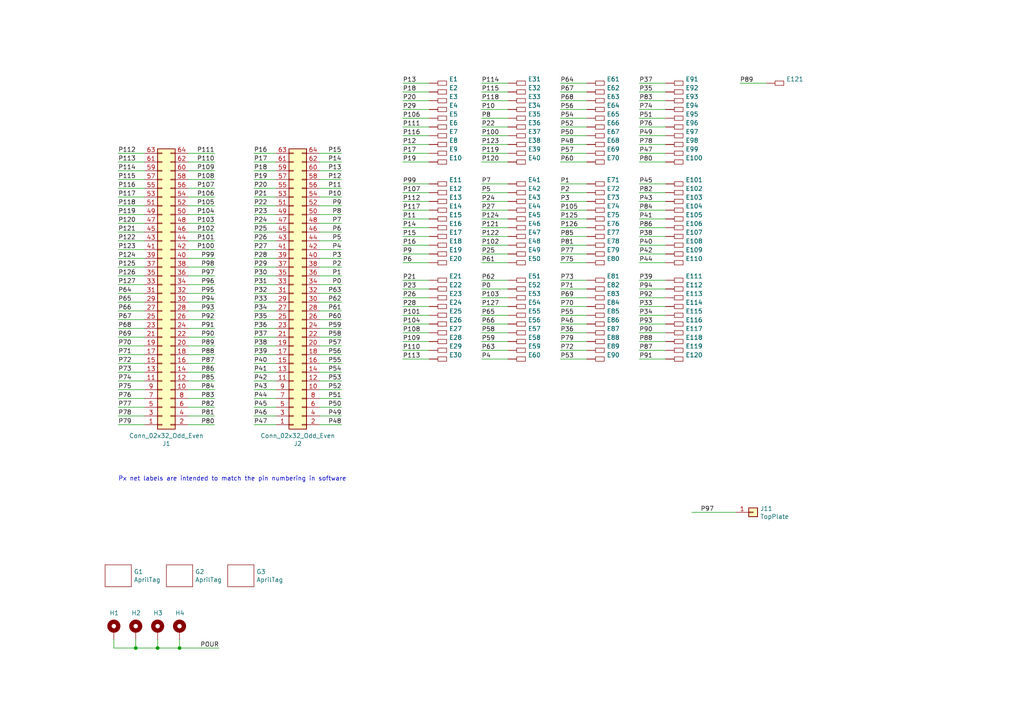
<source format=kicad_sch>
(kicad_sch (version 20211123) (generator eeschema)
  (paper "A4")
  (title_block (title "PurpleDrop Electrode Board v6.2 Schematic") (date "2022-02-23") (rev "6.2"))
  (junction (at 52.07 187.96))
  (junction (at 45.72 187.96))
  (junction (at 39.37 187.96))
  (wire (pts (xy 41.91 123.19) (xy 34.29 123.19)))
  (wire (pts (xy 147.32 55.88) (xy 139.7 55.88)))
  (wire (pts (xy 147.32 96.52) (xy 139.7 96.52)))
  (wire (pts (xy 147.32 58.42) (xy 139.7 58.42)))
  (wire (pts (xy 62.23 74.93) (xy 54.61 74.93)))
  (wire (pts (xy 124.46 60.96) (xy 116.84 60.96)))
  (wire (pts (xy 80.01 107.95) (xy 73.66 107.95)))
  (wire (pts (xy 147.32 66.04) (xy 139.7 66.04)))
  (wire (pts (xy 193.04 31.75) (xy 185.42 31.75)))
  (wire (pts (xy 62.23 97.79) (xy 54.61 97.79)))
  (wire (pts (xy 124.46 88.9) (xy 116.84 88.9)))
  (wire (pts (xy 62.23 115.57) (xy 54.61 115.57)))
  (wire (pts (xy 99.06 90.17) (xy 92.71 90.17)))
  (wire (pts (xy 99.06 105.41) (xy 92.71 105.41)))
  (wire (pts (xy 45.72 187.96) (xy 45.72 185.42)))
  (wire (pts (xy 193.04 60.96) (xy 185.42 60.96)))
  (wire (pts (xy 124.46 58.42) (xy 116.84 58.42)))
  (wire (pts (xy 62.23 59.69) (xy 54.61 59.69)))
  (wire (pts (xy 185.42 91.44) (xy 193.04 91.44)))
  (wire (pts (xy 80.01 118.11) (xy 73.66 118.11)))
  (wire (pts (xy 52.07 187.96) (xy 63.5 187.96)))
  (wire (pts (xy 41.91 82.55) (xy 34.29 82.55)))
  (wire (pts (xy 39.37 187.96) (xy 45.72 187.96)))
  (wire (pts (xy 99.06 64.77) (xy 92.71 64.77)))
  (wire (pts (xy 170.18 44.45) (xy 162.56 44.45)))
  (wire (pts (xy 147.32 76.2) (xy 139.7 76.2)))
  (wire (pts (xy 80.01 64.77) (xy 73.66 64.77)))
  (wire (pts (xy 80.01 120.65) (xy 73.66 120.65)))
  (wire (pts (xy 185.42 101.6) (xy 193.04 101.6)))
  (wire (pts (xy 147.32 104.14) (xy 139.7 104.14)))
  (wire (pts (xy 41.91 118.11) (xy 34.29 118.11)))
  (wire (pts (xy 62.23 82.55) (xy 54.61 82.55)))
  (wire (pts (xy 193.04 44.45) (xy 185.42 44.45)))
  (wire (pts (xy 80.01 67.31) (xy 73.66 67.31)))
  (wire (pts (xy 41.91 62.23) (xy 34.29 62.23)))
  (wire (pts (xy 41.91 69.85) (xy 34.29 69.85)))
  (wire (pts (xy 99.06 118.11) (xy 92.71 118.11)))
  (wire (pts (xy 170.18 81.28) (xy 162.56 81.28)))
  (wire (pts (xy 80.01 69.85) (xy 73.66 69.85)))
  (wire (pts (xy 147.32 53.34) (xy 139.7 53.34)))
  (wire (pts (xy 41.91 120.65) (xy 34.29 120.65)))
  (wire (pts (xy 80.01 110.49) (xy 73.66 110.49)))
  (wire (pts (xy 124.46 76.2) (xy 116.84 76.2)))
  (wire (pts (xy 80.01 87.63) (xy 73.66 87.63)))
  (wire (pts (xy 193.04 55.88) (xy 185.42 55.88)))
  (wire (pts (xy 170.18 91.44) (xy 162.56 91.44)))
  (wire (pts (xy 170.18 58.42) (xy 162.56 58.42)))
  (wire (pts (xy 41.91 44.45) (xy 34.29 44.45)))
  (wire (pts (xy 80.01 123.19) (xy 73.66 123.19)))
  (wire (pts (xy 41.91 105.41) (xy 34.29 105.41)))
  (wire (pts (xy 80.01 46.99) (xy 73.66 46.99)))
  (wire (pts (xy 41.91 95.25) (xy 34.29 95.25)))
  (wire (pts (xy 99.06 110.49) (xy 92.71 110.49)))
  (wire (pts (xy 124.46 66.04) (xy 116.84 66.04)))
  (wire (pts (xy 124.46 41.91) (xy 116.84 41.91)))
  (wire (pts (xy 99.06 77.47) (xy 92.71 77.47)))
  (wire (pts (xy 124.46 46.99) (xy 116.84 46.99)))
  (wire (pts (xy 80.01 97.79) (xy 73.66 97.79)))
  (wire (pts (xy 147.32 91.44) (xy 139.7 91.44)))
  (wire (pts (xy 147.32 101.6) (xy 139.7 101.6)))
  (wire (pts (xy 99.06 44.45) (xy 92.71 44.45)))
  (wire (pts (xy 41.91 72.39) (xy 34.29 72.39)))
  (wire (pts (xy 170.18 29.21) (xy 162.56 29.21)))
  (wire (pts (xy 39.37 187.96) (xy 39.37 185.42)))
  (wire (pts (xy 147.32 68.58) (xy 139.7 68.58)))
  (wire (pts (xy 99.06 123.19) (xy 92.71 123.19)))
  (wire (pts (xy 41.91 64.77) (xy 34.29 64.77)))
  (wire (pts (xy 99.06 87.63) (xy 92.71 87.63)))
  (wire (pts (xy 147.32 29.21) (xy 139.7 29.21)))
  (wire (pts (xy 147.32 24.13) (xy 139.7 24.13)))
  (wire (pts (xy 62.23 95.25) (xy 54.61 95.25)))
  (wire (pts (xy 62.23 118.11) (xy 54.61 118.11)))
  (wire (pts (xy 147.32 44.45) (xy 139.7 44.45)))
  (wire (pts (xy 147.32 31.75) (xy 139.7 31.75)))
  (wire (pts (xy 193.04 29.21) (xy 185.42 29.21)))
  (wire (pts (xy 170.18 83.82) (xy 162.56 83.82)))
  (wire (pts (xy 62.23 77.47) (xy 54.61 77.47)))
  (wire (pts (xy 170.18 93.98) (xy 162.56 93.98)))
  (wire (pts (xy 62.23 100.33) (xy 54.61 100.33)))
  (wire (pts (xy 185.42 93.98) (xy 193.04 93.98)))
  (wire (pts (xy 80.01 44.45) (xy 73.66 44.45)))
  (wire (pts (xy 170.18 96.52) (xy 162.56 96.52)))
  (wire (pts (xy 62.23 110.49) (xy 54.61 110.49)))
  (wire (pts (xy 80.01 82.55) (xy 73.66 82.55)))
  (wire (pts (xy 99.06 74.93) (xy 92.71 74.93)))
  (wire (pts (xy 80.01 54.61) (xy 73.66 54.61)))
  (wire (pts (xy 214.63 24.13) (xy 222.25 24.13)))
  (wire (pts (xy 80.01 85.09) (xy 73.66 85.09)))
  (wire (pts (xy 62.23 90.17) (xy 54.61 90.17)))
  (wire (pts (xy 147.32 41.91) (xy 139.7 41.91)))
  (wire (pts (xy 147.32 83.82) (xy 139.7 83.82)))
  (wire (pts (xy 99.06 97.79) (xy 92.71 97.79)))
  (wire (pts (xy 185.42 86.36) (xy 193.04 86.36)))
  (wire (pts (xy 41.91 92.71) (xy 34.29 92.71)))
  (wire (pts (xy 99.06 120.65) (xy 92.71 120.65)))
  (wire (pts (xy 99.06 54.61) (xy 92.71 54.61)))
  (wire (pts (xy 62.23 49.53) (xy 54.61 49.53)))
  (wire (pts (xy 41.91 102.87) (xy 34.29 102.87)))
  (wire (pts (xy 41.91 52.07) (xy 34.29 52.07)))
  (wire (pts (xy 80.01 100.33) (xy 73.66 100.33)))
  (wire (pts (xy 99.06 95.25) (xy 92.71 95.25)))
  (wire (pts (xy 99.06 69.85) (xy 92.71 69.85)))
  (wire (pts (xy 170.18 76.2) (xy 162.56 76.2)))
  (wire (pts (xy 193.04 26.67) (xy 185.42 26.67)))
  (wire (pts (xy 80.01 49.53) (xy 73.66 49.53)))
  (wire (pts (xy 41.91 49.53) (xy 34.29 49.53)))
  (wire (pts (xy 80.01 90.17) (xy 73.66 90.17)))
  (wire (pts (xy 124.46 99.06) (xy 116.84 99.06)))
  (wire (pts (xy 80.01 59.69) (xy 73.66 59.69)))
  (wire (pts (xy 124.46 101.6) (xy 116.84 101.6)))
  (wire (pts (xy 124.46 83.82) (xy 116.84 83.82)))
  (wire (pts (xy 62.23 107.95) (xy 54.61 107.95)))
  (wire (pts (xy 147.32 93.98) (xy 139.7 93.98)))
  (wire (pts (xy 124.46 91.44) (xy 116.84 91.44)))
  (wire (pts (xy 170.18 53.34) (xy 162.56 53.34)))
  (wire (pts (xy 62.23 64.77) (xy 54.61 64.77)))
  (wire (pts (xy 62.23 102.87) (xy 54.61 102.87)))
  (wire (pts (xy 185.42 104.14) (xy 193.04 104.14)))
  (wire (pts (xy 62.23 44.45) (xy 54.61 44.45)))
  (wire (pts (xy 41.91 110.49) (xy 34.29 110.49)))
  (wire (pts (xy 147.32 73.66) (xy 139.7 73.66)))
  (wire (pts (xy 193.04 36.83) (xy 185.42 36.83)))
  (wire (pts (xy 41.91 59.69) (xy 34.29 59.69)))
  (wire (pts (xy 41.91 107.95) (xy 34.29 107.95)))
  (wire (pts (xy 80.01 77.47) (xy 73.66 77.47)))
  (wire (pts (xy 62.23 69.85) (xy 54.61 69.85)))
  (wire (pts (xy 41.91 54.61) (xy 34.29 54.61)))
  (wire (pts (xy 62.23 113.03) (xy 54.61 113.03)))
  (wire (pts (xy 99.06 57.15) (xy 92.71 57.15)))
  (wire (pts (xy 99.06 62.23) (xy 92.71 62.23)))
  (wire (pts (xy 41.91 85.09) (xy 34.29 85.09)))
  (wire (pts (xy 99.06 49.53) (xy 92.71 49.53)))
  (wire (pts (xy 45.72 187.96) (xy 52.07 187.96)))
  (wire (pts (xy 193.04 58.42) (xy 185.42 58.42)))
  (wire (pts (xy 99.06 85.09) (xy 92.71 85.09)))
  (wire (pts (xy 41.91 100.33) (xy 34.29 100.33)))
  (wire (pts (xy 80.01 80.01) (xy 73.66 80.01)))
  (wire (pts (xy 62.23 85.09) (xy 54.61 85.09)))
  (wire (pts (xy 124.46 53.34) (xy 116.84 53.34)))
  (wire (pts (xy 99.06 107.95) (xy 92.71 107.95)))
  (wire (pts (xy 124.46 34.29) (xy 116.84 34.29)))
  (wire (pts (xy 185.42 96.52) (xy 193.04 96.52)))
  (wire (pts (xy 124.46 29.21) (xy 116.84 29.21)))
  (wire (pts (xy 62.23 67.31) (xy 54.61 67.31)))
  (wire (pts (xy 80.01 102.87) (xy 73.66 102.87)))
  (wire (pts (xy 185.42 88.9) (xy 193.04 88.9)))
  (wire (pts (xy 170.18 86.36) (xy 162.56 86.36)))
  (wire (pts (xy 147.32 71.12) (xy 139.7 71.12)))
  (wire (pts (xy 185.42 83.82) (xy 193.04 83.82)))
  (wire (pts (xy 41.91 57.15) (xy 34.29 57.15)))
  (wire (pts (xy 170.18 88.9) (xy 162.56 88.9)))
  (wire (pts (xy 170.18 26.67) (xy 162.56 26.67)))
  (wire (pts (xy 147.32 34.29) (xy 139.7 34.29)))
  (wire (pts (xy 41.91 80.01) (xy 34.29 80.01)))
  (wire (pts (xy 193.04 73.66) (xy 185.42 73.66)))
  (wire (pts (xy 62.23 57.15) (xy 54.61 57.15)))
  (wire (pts (xy 41.91 77.47) (xy 34.29 77.47)))
  (wire (pts (xy 170.18 34.29) (xy 162.56 34.29)))
  (wire (pts (xy 99.06 52.07) (xy 92.71 52.07)))
  (wire (pts (xy 99.06 92.71) (xy 92.71 92.71)))
  (wire (pts (xy 170.18 41.91) (xy 162.56 41.91)))
  (wire (pts (xy 185.42 68.58) (xy 193.04 68.58)))
  (wire (pts (xy 124.46 93.98) (xy 116.84 93.98)))
  (wire (pts (xy 99.06 82.55) (xy 92.71 82.55)))
  (wire (pts (xy 170.18 60.96) (xy 162.56 60.96)))
  (wire (pts (xy 170.18 101.6) (xy 162.56 101.6)))
  (wire (pts (xy 80.01 74.93) (xy 73.66 74.93)))
  (wire (pts (xy 193.04 34.29) (xy 185.42 34.29)))
  (wire (pts (xy 99.06 102.87) (xy 92.71 102.87)))
  (wire (pts (xy 170.18 31.75) (xy 162.56 31.75)))
  (wire (pts (xy 62.23 80.01) (xy 54.61 80.01)))
  (wire (pts (xy 124.46 36.83) (xy 116.84 36.83)))
  (wire (pts (xy 99.06 59.69) (xy 92.71 59.69)))
  (wire (pts (xy 147.32 36.83) (xy 139.7 36.83)))
  (wire (pts (xy 170.18 99.06) (xy 162.56 99.06)))
  (wire (pts (xy 80.01 113.03) (xy 73.66 113.03)))
  (wire (pts (xy 124.46 73.66) (xy 116.84 73.66)))
  (wire (pts (xy 62.23 62.23) (xy 54.61 62.23)))
  (wire (pts (xy 170.18 66.04) (xy 162.56 66.04)))
  (wire (pts (xy 170.18 39.37) (xy 162.56 39.37)))
  (wire (pts (xy 147.32 26.67) (xy 139.7 26.67)))
  (wire (pts (xy 62.23 54.61) (xy 54.61 54.61)))
  (wire (pts (xy 80.01 92.71) (xy 73.66 92.71)))
  (wire (pts (xy 147.32 46.99) (xy 139.7 46.99)))
  (wire (pts (xy 41.91 97.79) (xy 34.29 97.79)))
  (wire (pts (xy 170.18 71.12) (xy 162.56 71.12)))
  (wire (pts (xy 62.23 46.99) (xy 54.61 46.99)))
  (wire (pts (xy 200.66 148.59) (xy 213.36 148.59)))
  (wire (pts (xy 33.02 187.96) (xy 39.37 187.96)))
  (wire (pts (xy 124.46 44.45) (xy 116.84 44.45)))
  (wire (pts (xy 147.32 60.96) (xy 139.7 60.96)))
  (wire (pts (xy 80.01 57.15) (xy 73.66 57.15)))
  (wire (pts (xy 41.91 74.93) (xy 34.29 74.93)))
  (wire (pts (xy 41.91 90.17) (xy 34.29 90.17)))
  (wire (pts (xy 33.02 185.42) (xy 33.02 187.96)))
  (wire (pts (xy 41.91 67.31) (xy 34.29 67.31)))
  (wire (pts (xy 185.42 76.2) (xy 193.04 76.2)))
  (wire (pts (xy 99.06 80.01) (xy 92.71 80.01)))
  (wire (pts (xy 147.32 88.9) (xy 139.7 88.9)))
  (wire (pts (xy 124.46 68.58) (xy 116.84 68.58)))
  (wire (pts (xy 62.23 87.63) (xy 54.61 87.63)))
  (wire (pts (xy 99.06 72.39) (xy 92.71 72.39)))
  (wire (pts (xy 185.42 39.37) (xy 193.04 39.37)))
  (wire (pts (xy 124.46 71.12) (xy 116.84 71.12)))
  (wire (pts (xy 80.01 72.39) (xy 73.66 72.39)))
  (wire (pts (xy 99.06 67.31) (xy 92.71 67.31)))
  (wire (pts (xy 147.32 63.5) (xy 139.7 63.5)))
  (wire (pts (xy 170.18 36.83) (xy 162.56 36.83)))
  (wire (pts (xy 99.06 100.33) (xy 92.71 100.33)))
  (wire (pts (xy 193.04 63.5) (xy 185.42 63.5)))
  (wire (pts (xy 62.23 72.39) (xy 54.61 72.39)))
  (wire (pts (xy 80.01 52.07) (xy 73.66 52.07)))
  (wire (pts (xy 62.23 120.65) (xy 54.61 120.65)))
  (wire (pts (xy 170.18 46.99) (xy 162.56 46.99)))
  (wire (pts (xy 80.01 95.25) (xy 73.66 95.25)))
  (wire (pts (xy 99.06 113.03) (xy 92.71 113.03)))
  (wire (pts (xy 124.46 26.67) (xy 116.84 26.67)))
  (wire (pts (xy 193.04 24.13) (xy 185.42 24.13)))
  (wire (pts (xy 41.91 87.63) (xy 34.29 87.63)))
  (wire (pts (xy 124.46 104.14) (xy 116.84 104.14)))
  (wire (pts (xy 193.04 53.34) (xy 185.42 53.34)))
  (wire (pts (xy 170.18 73.66) (xy 162.56 73.66)))
  (wire (pts (xy 124.46 63.5) (xy 116.84 63.5)))
  (wire (pts (xy 193.04 46.99) (xy 185.42 46.99)))
  (wire (pts (xy 41.91 115.57) (xy 34.29 115.57)))
  (wire (pts (xy 193.04 71.12) (xy 185.42 71.12)))
  (wire (pts (xy 62.23 105.41) (xy 54.61 105.41)))
  (wire (pts (xy 193.04 66.04) (xy 185.42 66.04)))
  (wire (pts (xy 124.46 31.75) (xy 116.84 31.75)))
  (wire (pts (xy 124.46 55.88) (xy 116.84 55.88)))
  (wire (pts (xy 80.01 62.23) (xy 73.66 62.23)))
  (wire (pts (xy 80.01 105.41) (xy 73.66 105.41)))
  (wire (pts (xy 41.91 113.03) (xy 34.29 113.03)))
  (wire (pts (xy 147.32 81.28) (xy 139.7 81.28)))
  (wire (pts (xy 147.32 39.37) (xy 139.7 39.37)))
  (wire (pts (xy 52.07 187.96) (xy 52.07 185.42)))
  (wire (pts (xy 170.18 63.5) (xy 162.56 63.5)))
  (wire (pts (xy 41.91 46.99) (xy 34.29 46.99)))
  (wire (pts (xy 124.46 96.52) (xy 116.84 96.52)))
  (wire (pts (xy 62.23 92.71) (xy 54.61 92.71)))
  (wire (pts (xy 99.06 115.57) (xy 92.71 115.57)))
  (wire (pts (xy 185.42 99.06) (xy 193.04 99.06)))
  (wire (pts (xy 170.18 24.13) (xy 162.56 24.13)))
  (wire (pts (xy 170.18 104.14) (xy 162.56 104.14)))
  (wire (pts (xy 62.23 123.19) (xy 54.61 123.19)))
  (wire (pts (xy 62.23 52.07) (xy 54.61 52.07)))
  (wire (pts (xy 80.01 115.57) (xy 73.66 115.57)))
  (wire (pts (xy 99.06 46.99) (xy 92.71 46.99)))
  (wire (pts (xy 124.46 86.36) (xy 116.84 86.36)))
  (wire (pts (xy 193.04 41.91) (xy 185.42 41.91)))
  (wire (pts (xy 124.46 81.28) (xy 116.84 81.28)))
  (wire (pts (xy 124.46 39.37) (xy 116.84 39.37)))
  (wire (pts (xy 147.32 86.36) (xy 139.7 86.36)))
  (wire (pts (xy 170.18 68.58) (xy 162.56 68.58)))
  (wire (pts (xy 193.04 81.28) (xy 185.42 81.28)))
  (wire (pts (xy 147.32 99.06) (xy 139.7 99.06)))
  (wire (pts (xy 170.18 55.88) (xy 162.56 55.88)))
  (wire (pts (xy 124.46 24.13) (xy 116.84 24.13)))
  (text "Px net labels are intended to match the pin numbering in software" (at 34.29 139.7 0) (effects (font (size 1.27 1.27)) (justify left bottom)))
  (label "P117" (at 34.29 57.15 0))
  (label "P47" (at 185.42 44.45 0))
  (label "P22" (at 73.66 59.69 0))
  (label "P97" (at 203.2 148.59 0))
  (label "P79" (at 34.29 123.19 0))
  (label "P24" (at 73.66 64.77 0))
  (label "P123" (at 139.7 41.91 0))
  (label "P39" (at 73.66 102.87 0))
  (label "P44" (at 185.42 76.2 0))
  (label "P43" (at 185.42 58.42 0))
  (label "P41" (at 73.66 107.95 0))
  (label "P77" (at 34.29 118.11 0))
  (label "P103" (at 62.23 64.77 180))
  (label "P13" (at 116.84 24.13 0))
  (label "P28" (at 116.84 88.9 0))
  (label "P74" (at 34.29 110.49 0))
  (label "P120" (at 139.7 46.99 0))
  (label "P90" (at 185.42 96.52 0))
  (label "P62" (at 99.06 87.63 180))
  (label "P27" (at 73.66 72.39 0))
  (label "P40" (at 185.42 71.12 0))
  (label "P66" (at 139.7 93.98 0))
  (label "P12" (at 116.84 41.91 0))
  (label "P105" (at 62.23 59.69 180))
  (label "P65" (at 139.7 91.44 0))
  (label "P117" (at 116.84 60.96 0))
  (label "P114" (at 34.29 49.53 0))
  (label "P90" (at 62.23 97.79 180))
  (label "P89" (at 214.63 24.13 0))
  (label "P109" (at 116.84 99.06 0))
  (label "P87" (at 185.42 101.6 0))
  (label "P27" (at 139.7 60.96 0))
  (label "P78" (at 34.29 120.65 0))
  (label "P53" (at 99.06 110.49 180))
  (label "P0" (at 99.06 82.55 180))
  (label "P10" (at 99.06 57.15 180))
  (label "P118" (at 139.7 29.21 0))
  (label "P4" (at 99.06 72.39 180))
  (label "P112" (at 34.29 44.45 0))
  (label "P91" (at 62.23 95.25 180))
  (label "P17" (at 73.66 46.99 0))
  (label "P119" (at 139.7 44.45 0))
  (label "P49" (at 99.06 120.65 180))
  (label "P38" (at 73.66 100.33 0))
  (label "P45" (at 73.66 118.11 0))
  (label "P5" (at 99.06 69.85 180))
  (label "P28" (at 73.66 74.93 0))
  (label "P120" (at 34.29 64.77 0))
  (label "P11" (at 116.84 63.5 0))
  (label "P30" (at 73.66 80.01 0))
  (label "P53" (at 162.56 104.14 0))
  (label "P115" (at 139.7 26.67 0))
  (label "P15" (at 116.84 68.58 0))
  (label "P37" (at 185.42 24.13 0))
  (label "P107" (at 116.84 55.88 0))
  (label "P76" (at 34.29 115.57 0))
  (label "P42" (at 73.66 110.49 0))
  (label "P100" (at 139.7 39.37 0))
  (label "P25" (at 139.7 73.66 0))
  (label "P113" (at 34.29 46.99 0))
  (label "P106" (at 116.84 34.29 0))
  (label "P111" (at 62.23 44.45 180))
  (label "P46" (at 73.66 120.65 0))
  (label "P101" (at 62.23 69.85 180))
  (label "P86" (at 62.23 107.95 180))
  (label "P7" (at 99.06 64.77 180))
  (label "P82" (at 185.42 55.88 0))
  (label "P107" (at 62.23 54.61 180))
  (label "P26" (at 73.66 69.85 0))
  (label "P99" (at 62.23 74.93 180))
  (label "P91" (at 185.42 104.14 0))
  (label "P99" (at 116.84 53.34 0))
  (label "P101" (at 116.84 91.44 0))
  (label "POUR" (at 63.5 187.96 180))
  (label "P70" (at 162.56 88.9 0))
  (label "P16" (at 116.84 71.12 0))
  (label "P114" (at 139.7 24.13 0))
  (label "P52" (at 162.56 36.83 0))
  (label "P71" (at 162.56 83.82 0))
  (label "P3" (at 99.06 74.93 180))
  (label "P1" (at 162.56 53.34 0))
  (label "P10" (at 139.7 31.75 0))
  (label "P63" (at 139.7 101.6 0))
  (label "P50" (at 162.56 39.37 0))
  (label "P54" (at 162.56 34.29 0))
  (label "P14" (at 116.84 66.04 0))
  (label "P20" (at 73.66 54.61 0))
  (label "P76" (at 185.42 36.83 0))
  (label "P2" (at 99.06 77.47 180))
  (label "P44" (at 73.66 115.57 0))
  (label "P85" (at 162.56 68.58 0))
  (label "P62" (at 139.7 81.28 0))
  (label "P14" (at 99.06 46.99 180))
  (label "P116" (at 116.84 39.37 0))
  (label "P6" (at 116.84 76.2 0))
  (label "P121" (at 34.29 67.31 0))
  (label "P55" (at 162.56 91.44 0))
  (label "P23" (at 116.84 83.82 0))
  (label "P81" (at 62.23 120.65 180))
  (label "P123" (at 34.29 72.39 0))
  (label "P109" (at 62.23 49.53 180))
  (label "P78" (at 185.42 41.91 0))
  (label "P8" (at 99.06 62.23 180))
  (label "P112" (at 116.84 58.42 0))
  (label "P22" (at 139.7 36.83 0))
  (label "P69" (at 34.29 97.79 0))
  (label "P56" (at 162.56 31.75 0))
  (label "P115" (at 34.29 52.07 0))
  (label "P65" (at 34.29 87.63 0))
  (label "P72" (at 162.56 101.6 0))
  (label "P9" (at 99.06 59.69 180))
  (label "P47" (at 73.66 123.19 0))
  (label "P2" (at 162.56 55.88 0))
  (label "P83" (at 185.42 29.21 0))
  (label "P15" (at 99.06 44.45 180))
  (label "P124" (at 139.7 63.5 0))
  (label "P111" (at 116.84 36.83 0))
  (label "P110" (at 62.23 46.99 180))
  (label "P68" (at 162.56 29.21 0))
  (label "P104" (at 116.84 93.98 0))
  (label "P64" (at 162.56 24.13 0))
  (label "P127" (at 139.7 88.9 0))
  (label "P54" (at 99.06 107.95 180))
  (label "P21" (at 73.66 57.15 0))
  (label "P104" (at 62.23 62.23 180))
  (label "P93" (at 185.42 93.98 0))
  (label "P86" (at 185.42 66.04 0))
  (label "P100" (at 62.23 72.39 180))
  (label "P52" (at 99.06 113.03 180))
  (label "P5" (at 139.7 55.88 0))
  (label "P92" (at 185.42 86.36 0))
  (label "P3" (at 162.56 58.42 0))
  (label "P29" (at 116.84 31.75 0))
  (label "P102" (at 139.7 71.12 0))
  (label "P61" (at 99.06 90.17 180))
  (label "P12" (at 99.06 52.07 180))
  (label "P59" (at 99.06 95.25 180))
  (label "P58" (at 139.7 96.52 0))
  (label "P72" (at 34.29 105.41 0))
  (label "P94" (at 185.42 83.82 0))
  (label "P77" (at 162.56 73.66 0))
  (label "P61" (at 139.7 76.2 0))
  (label "P19" (at 73.66 52.07 0))
  (label "P29" (at 73.66 77.47 0))
  (label "P87" (at 62.23 105.41 180))
  (label "P108" (at 62.23 52.07 180))
  (label "P80" (at 62.23 123.19 180))
  (label "P48" (at 99.06 123.19 180))
  (label "P19" (at 116.84 46.99 0))
  (label "P119" (at 34.29 62.23 0))
  (label "P102" (at 62.23 67.31 180))
  (label "P88" (at 185.42 99.06 0))
  (label "P66" (at 34.29 90.17 0))
  (label "P113" (at 116.84 104.14 0))
  (label "P50" (at 99.06 118.11 180))
  (label "P23" (at 73.66 62.23 0))
  (label "P69" (at 162.56 86.36 0))
  (label "P34" (at 185.42 91.44 0))
  (label "P126" (at 34.29 80.01 0))
  (label "P67" (at 162.56 26.67 0))
  (label "P36" (at 162.56 96.52 0))
  (label "P124" (at 34.29 74.93 0))
  (label "P67" (at 34.29 92.71 0))
  (label "P83" (at 62.23 115.57 180))
  (label "P75" (at 34.29 113.03 0))
  (label "P11" (at 99.06 54.61 180))
  (label "P106" (at 62.23 57.15 180))
  (label "P18" (at 73.66 49.53 0))
  (label "P56" (at 99.06 102.87 180))
  (label "P55" (at 99.06 105.41 180))
  (label "P73" (at 162.56 81.28 0))
  (label "P24" (at 139.7 58.42 0))
  (label "P18" (at 116.84 26.67 0))
  (label "P94" (at 62.23 87.63 180))
  (label "P105" (at 162.56 60.96 0))
  (label "P40" (at 73.66 105.41 0))
  (label "P46" (at 162.56 93.98 0))
  (label "P122" (at 34.29 69.85 0))
  (label "P68" (at 34.29 95.25 0))
  (label "P97" (at 62.23 80.01 180))
  (label "P7" (at 139.7 53.34 0))
  (label "P118" (at 34.29 59.69 0))
  (label "P31" (at 73.66 82.55 0))
  (label "P32" (at 73.66 85.09 0))
  (label "P81" (at 162.56 71.12 0))
  (label "P38" (at 185.42 68.58 0))
  (label "P125" (at 34.29 77.47 0))
  (label "P6" (at 99.06 67.31 180))
  (label "P116" (at 34.29 54.61 0))
  (label "P45" (at 185.42 53.34 0))
  (label "P16" (at 73.66 44.45 0))
  (label "P88" (at 62.23 102.87 180))
  (label "P70" (at 34.29 100.33 0))
  (label "P93" (at 62.23 90.17 180))
  (label "P80" (at 185.42 46.99 0))
  (label "P4" (at 139.7 104.14 0))
  (label "P121" (at 139.7 66.04 0))
  (label "P92" (at 62.23 92.71 180))
  (label "P84" (at 62.23 113.03 180))
  (label "P34" (at 73.66 90.17 0))
  (label "P25" (at 73.66 67.31 0))
  (label "P1" (at 99.06 80.01 180))
  (label "P36" (at 73.66 95.25 0))
  (label "P37" (at 73.66 97.79 0))
  (label "P20" (at 116.84 29.21 0))
  (label "P49" (at 185.42 39.37 0))
  (label "P82" (at 62.23 118.11 180))
  (label "P64" (at 34.29 85.09 0))
  (label "P48" (at 162.56 41.91 0))
  (label "P89" (at 62.23 100.33 180))
  (label "P35" (at 73.66 92.71 0))
  (label "P35" (at 185.42 26.67 0))
  (label "P51" (at 99.06 115.57 180))
  (label "P95" (at 62.23 85.09 180))
  (label "P75" (at 162.56 76.2 0))
  (label "P126" (at 162.56 66.04 0))
  (label "P57" (at 99.06 100.33 180))
  (label "P84" (at 185.42 60.96 0))
  (label "P110" (at 116.84 101.6 0))
  (label "P51" (at 185.42 34.29 0))
  (label "P17" (at 116.84 44.45 0))
  (label "P59" (at 139.7 99.06 0))
  (label "P21" (at 116.84 81.28 0))
  (label "P79" (at 162.56 99.06 0))
  (label "P71" (at 34.29 102.87 0))
  (label "P98" (at 62.23 77.47 180))
  (label "P58" (at 99.06 97.79 180))
  (label "P125" (at 162.56 63.5 0))
  (label "P74" (at 185.42 31.75 0))
  (label "P85" (at 62.23 110.49 180))
  (label "P9" (at 116.84 73.66 0))
  (label "P103" (at 139.7 86.36 0))
  (label "P63" (at 99.06 85.09 180))
  (label "P60" (at 99.06 92.71 180))
  (label "P60" (at 162.56 46.99 0))
  (label "P96" (at 62.23 82.55 180))
  (label "P33" (at 73.66 87.63 0))
  (label "P13" (at 99.06 49.53 180))
  (label "P0" (at 139.7 83.82 0))
  (label "P127" (at 34.29 82.55 0))
  (label "P39" (at 185.42 81.28 0))
  (label "P41" (at 185.42 63.5 0))
  (label "P57" (at 162.56 44.45 0))
  (label "P42" (at 185.42 73.66 0))
  (label "P8" (at 139.7 34.29 0))
  (label "P33" (at 185.42 88.9 0))
  (label "P108" (at 116.84 96.52 0))
  (label "P122" (at 139.7 68.58 0))
  (label "P43" (at 73.66 113.03 0))
  (label "P26" (at 116.84 86.36 0))
  (label "P73" (at 34.29 107.95 0))
  (symbol (lib_id "Electrodes:DMFElectrode") (at 127 29.21 0) (unit 1)
    (property "Reference" "E1" (at 130.2512 22.9616 0) (effects (justify left)))
    (property "Value" "DMFElectrode" (effects hide))
    (property "Footprint" "electrodes:electrode_E1" (effects hide))
  )
  (symbol (lib_id "Electrodes:DMFElectrode") (at 127 36.83 0) (unit 1)
    (property "Reference" "E4" (at 130.2512 30.5816 0) (effects (justify left)))
    (property "Value" "DMFElectrode" (effects hide))
    (property "Footprint" "electrodes:electrode_E1" (effects hide))
  )
  (symbol (lib_id "Electrodes:DMFElectrode") (at 127 34.29 0) (unit 1)
    (property "Reference" "E3" (at 130.2512 28.0416 0) (effects (justify left)))
    (property "Value" "DMFElectrode" (effects hide))
    (property "Footprint" "electrodes:electrode_E1" (effects hide))
  )
  (symbol (lib_id "Electrodes:DMFElectrode") (at 127 31.75 0) (unit 1)
    (property "Reference" "E2" (at 130.2512 25.5016 0) (effects (justify left)))
    (property "Value" "DMFElectrode" (effects hide))
    (property "Footprint" "electrodes:electrode_E1" (effects hide))
  )
  (symbol (lib_id "Electrodes:DMFElectrode") (at 127 41.91 0) (unit 1)
    (property "Reference" "E6" (at 130.2512 35.6616 0) (effects (justify left)))
    (property "Value" "DMFElectrode" (effects hide))
    (property "Footprint" "electrodes:electrode_E1" (effects hide))
  )
  (symbol (lib_id "Electrodes:DMFElectrode") (at 127 44.45 0) (unit 1)
    (property "Reference" "E7" (at 130.2512 38.2016 0) (effects (justify left)))
    (property "Value" "DMFElectrode" (effects hide))
    (property "Footprint" "electrodes:electrode_E1" (effects hide))
  )
  (symbol (lib_id "Electrodes:DMFElectrode") (at 127 46.99 0) (unit 1)
    (property "Reference" "E8" (at 130.2512 40.7416 0) (effects (justify left)))
    (property "Value" "DMFElectrode" (effects hide))
    (property "Footprint" "electrodes:electrode_E1" (effects hide))
  )
  (symbol (lib_id "Electrodes:DMFElectrode") (at 127 49.53 0) (unit 1)
    (property "Reference" "E9" (at 130.2512 43.2816 0) (effects (justify left)))
    (property "Value" "DMFElectrode" (effects hide))
    (property "Footprint" "electrodes:electrode_E1" (effects hide))
  )
  (symbol (lib_id "Electrodes:DMFElectrode") (at 127 52.07 0) (unit 1)
    (property "Reference" "E10" (at 130.2512 45.8216 0) (effects (justify left)))
    (property "Value" "DMFElectrode" (effects hide))
    (property "Footprint" "electrodes:electrode_E1" (effects hide))
  )
  (symbol (lib_id "Electrodes:DMFElectrode") (at 127 58.42 0) (unit 1)
    (property "Reference" "E11" (at 130.2512 52.1716 0) (effects (justify left)))
    (property "Value" "DMFElectrode" (effects hide))
    (property "Footprint" "electrodes:electrode_E1" (effects hide))
  )
  (symbol (lib_id "Electrodes:DMFElectrode") (at 127 60.96 0) (unit 1)
    (property "Reference" "E12" (at 130.2512 54.7116 0) (effects (justify left)))
    (property "Value" "DMFElectrode" (effects hide))
    (property "Footprint" "electrodes:electrode_E1" (effects hide))
  )
  (symbol (lib_id "Electrodes:DMFElectrode") (at 127 63.5 0) (unit 1)
    (property "Reference" "E13" (at 130.2512 57.2516 0) (effects (justify left)))
    (property "Value" "DMFElectrode" (effects hide))
    (property "Footprint" "electrodes:electrode_E1" (effects hide))
  )
  (symbol (lib_id "Electrodes:DMFElectrode") (at 127 66.04 0) (unit 1)
    (property "Reference" "E14" (at 130.2512 59.7916 0) (effects (justify left)))
    (property "Value" "DMFElectrode" (effects hide))
    (property "Footprint" "electrodes:electrode_E1" (effects hide))
  )
  (symbol (lib_id "Electrodes:DMFElectrode") (at 127 68.58 0) (unit 1)
    (property "Reference" "E15" (at 130.2512 62.3316 0) (effects (justify left)))
    (property "Value" "DMFElectrode" (effects hide))
    (property "Footprint" "electrodes:electrode_E1" (effects hide))
  )
  (symbol (lib_id "Electrodes:DMFElectrode") (at 127 71.12 0) (unit 1)
    (property "Reference" "E16" (at 130.2512 64.8716 0) (effects (justify left)))
    (property "Value" "DMFElectrode" (effects hide))
    (property "Footprint" "electrodes:electrode_E1" (effects hide))
  )
  (symbol (lib_id "Electrodes:DMFElectrode") (at 127 73.66 0) (unit 1)
    (property "Reference" "E17" (at 130.2512 67.4116 0) (effects (justify left)))
    (property "Value" "DMFElectrode" (effects hide))
    (property "Footprint" "electrodes:electrode_E1" (effects hide))
  )
  (symbol (lib_id "Electrodes:DMFElectrode") (at 127 76.2 0) (unit 1)
    (property "Reference" "E18" (at 130.2512 69.9516 0) (effects (justify left)))
    (property "Value" "DMFElectrode" (effects hide))
    (property "Footprint" "electrodes:electrode_E1" (effects hide))
  )
  (symbol (lib_id "Electrodes:DMFElectrode") (at 127 78.74 0) (unit 1)
    (property "Reference" "E19" (at 130.2512 72.4916 0) (effects (justify left)))
    (property "Value" "DMFElectrode" (effects hide))
    (property "Footprint" "electrodes:electrode_E1" (effects hide))
  )
  (symbol (lib_id "Electrodes:DMFElectrode") (at 127 81.28 0) (unit 1)
    (property "Reference" "E20" (at 130.2512 75.0316 0) (effects (justify left)))
    (property "Value" "DMFElectrode" (effects hide))
    (property "Footprint" "electrodes:electrode_E1" (effects hide))
  )
  (symbol (lib_id "Electrodes:DMFElectrode") (at 127 86.36 0) (unit 1)
    (property "Reference" "E21" (at 130.2512 80.1116 0) (effects (justify left)))
    (property "Value" "DMFElectrode" (effects hide))
    (property "Footprint" "electrodes:electrode_E1" (effects hide))
  )
  (symbol (lib_id "Electrodes:DMFElectrode") (at 127 88.9 0) (unit 1)
    (property "Reference" "E22" (at 130.2512 82.6516 0) (effects (justify left)))
    (property "Value" "DMFElectrode" (effects hide))
    (property "Footprint" "electrodes:electrode_E1" (effects hide))
  )
  (symbol (lib_id "Electrodes:DMFElectrode") (at 127 91.44 0) (unit 1)
    (property "Reference" "E23" (at 130.2512 85.1916 0) (effects (justify left)))
    (property "Value" "DMFElectrode" (effects hide))
    (property "Footprint" "electrodes:electrode_E1" (effects hide))
  )
  (symbol (lib_id "Electrodes:DMFElectrode") (at 127 93.98 0) (unit 1)
    (property "Reference" "E24" (at 130.2512 87.7316 0) (effects (justify left)))
    (property "Value" "DMFElectrode" (effects hide))
    (property "Footprint" "electrodes:electrode_E1" (effects hide))
  )
  (symbol (lib_id "Electrodes:DMFElectrode") (at 127 96.52 0) (unit 1)
    (property "Reference" "E25" (at 130.2512 90.2716 0) (effects (justify left)))
    (property "Value" "DMFElectrode" (effects hide))
    (property "Footprint" "electrodes:electrode_E1" (effects hide))
  )
  (symbol (lib_id "Electrodes:DMFElectrode") (at 127 39.37 0) (unit 1)
    (property "Reference" "E5" (at 130.2512 33.1216 0) (effects (justify left)))
    (property "Value" "DMFElectrode" (effects hide))
    (property "Footprint" "electrodes:electrode_E1" (effects hide))
  )
  (symbol (lib_id "Electrodes:DMFElectrode") (at 149.86 58.42 0) (unit 1)
    (property "Reference" "E41" (at 153.1112 52.1716 0) (effects (justify left)))
    (property "Value" "DMFElectrode" (effects hide))
    (property "Footprint" "electrodes:electrode_E1" (effects hide))
  )
  (symbol (lib_id "Electrodes:DMFElectrode") (at 149.86 60.96 0) (unit 1)
    (property "Reference" "E42" (at 153.1112 54.7116 0) (effects (justify left)))
    (property "Value" "DMFElectrode" (effects hide))
    (property "Footprint" "electrodes:electrode_E1" (effects hide))
  )
  (symbol (lib_id "Electrodes:DMFElectrode") (at 149.86 63.5 0) (unit 1)
    (property "Reference" "E43" (at 153.1112 57.2516 0) (effects (justify left)))
    (property "Value" "DMFElectrode" (effects hide))
    (property "Footprint" "electrodes:electrode_E1" (effects hide))
  )
  (symbol (lib_id "Electrodes:DMFElectrode") (at 149.86 66.04 0) (unit 1)
    (property "Reference" "E44" (at 153.1112 59.7916 0) (effects (justify left)))
    (property "Value" "DMFElectrode" (effects hide))
    (property "Footprint" "electrodes:electrode_E1" (effects hide))
  )
  (symbol (lib_id "Electrodes:DMFElectrode") (at 149.86 68.58 0) (unit 1)
    (property "Reference" "E45" (at 153.1112 62.3316 0) (effects (justify left)))
    (property "Value" "DMFElectrode" (effects hide))
    (property "Footprint" "electrodes:electrode_E1" (effects hide))
  )
  (symbol (lib_id "Electrodes:DMFElectrode") (at 149.86 71.12 0) (unit 1)
    (property "Reference" "E46" (at 153.1112 64.8716 0) (effects (justify left)))
    (property "Value" "DMFElectrode" (effects hide))
    (property "Footprint" "electrodes:electrode_E1" (effects hide))
  )
  (symbol (lib_id "Electrodes:DMFElectrode") (at 149.86 73.66 0) (unit 1)
    (property "Reference" "E47" (at 153.1112 67.4116 0) (effects (justify left)))
    (property "Value" "DMFElectrode" (effects hide))
    (property "Footprint" "electrodes:electrode_E1" (effects hide))
  )
  (symbol (lib_id "Electrodes:DMFElectrode") (at 149.86 76.2 0) (unit 1)
    (property "Reference" "E48" (at 153.1112 69.9516 0) (effects (justify left)))
    (property "Value" "DMFElectrode" (effects hide))
    (property "Footprint" "electrodes:electrode_E1" (effects hide))
  )
  (symbol (lib_id "Electrodes:DMFElectrode") (at 149.86 78.74 0) (unit 1)
    (property "Reference" "E49" (at 153.1112 72.4916 0) (effects (justify left)))
    (property "Value" "DMFElectrode" (effects hide))
    (property "Footprint" "electrodes:electrode_E1" (effects hide))
  )
  (symbol (lib_id "Electrodes:DMFElectrode") (at 149.86 81.28 0) (unit 1)
    (property "Reference" "E50" (at 153.1112 75.0316 0) (effects (justify left)))
    (property "Value" "DMFElectrode" (effects hide))
    (property "Footprint" "electrodes:electrode_E1" (effects hide))
  )
  (symbol (lib_id "Electrodes:DMFElectrode") (at 172.72 58.42 0) (unit 1)
    (property "Reference" "E71" (at 175.9712 52.1716 0) (effects (justify left)))
    (property "Value" "DMFElectrode" (effects hide))
    (property "Footprint" "electrodes:electrode_E1" (effects hide))
  )
  (symbol (lib_id "Electrodes:DMFElectrode") (at 172.72 60.96 0) (unit 1)
    (property "Reference" "E72" (at 175.9712 54.7116 0) (effects (justify left)))
    (property "Value" "DMFElectrode" (effects hide))
    (property "Footprint" "electrodes:electrode_E1" (effects hide))
  )
  (symbol (lib_id "Electrodes:DMFElectrode") (at 172.72 63.5 0) (unit 1)
    (property "Reference" "E73" (at 175.9712 57.2516 0) (effects (justify left)))
    (property "Value" "DMFElectrode" (effects hide))
    (property "Footprint" "electrodes:electrode_E1" (effects hide))
  )
  (symbol (lib_id "Electrodes:DMFElectrode") (at 172.72 66.04 0) (unit 1)
    (property "Reference" "E74" (at 175.9712 59.7916 0) (effects (justify left)))
    (property "Value" "DMFElectrode" (effects hide))
    (property "Footprint" "electrodes:electrode_E1" (effects hide))
  )
  (symbol (lib_id "Electrodes:DMFElectrode") (at 172.72 68.58 0) (unit 1)
    (property "Reference" "E75" (at 175.9712 62.3316 0) (effects (justify left)))
    (property "Value" "DMFElectrode" (effects hide))
    (property "Footprint" "electrodes:electrode_E1" (effects hide))
  )
  (symbol (lib_id "Electrodes:DMFElectrode") (at 172.72 71.12 0) (unit 1)
    (property "Reference" "E76" (at 175.9712 64.8716 0) (effects (justify left)))
    (property "Value" "DMFElectrode" (effects hide))
    (property "Footprint" "electrodes:electrode_E1" (effects hide))
  )
  (symbol (lib_id "Electrodes:DMFElectrode") (at 172.72 73.66 0) (unit 1)
    (property "Reference" "E77" (at 175.9712 67.4116 0) (effects (justify left)))
    (property "Value" "DMFElectrode" (effects hide))
    (property "Footprint" "electrodes:electrode_E1" (effects hide))
  )
  (symbol (lib_id "Electrodes:DMFElectrode") (at 172.72 76.2 0) (unit 1)
    (property "Reference" "E78" (at 175.9712 69.9516 0) (effects (justify left)))
    (property "Value" "DMFElectrode" (effects hide))
    (property "Footprint" "electrodes:electrode_E1" (effects hide))
  )
  (symbol (lib_id "Electrodes:DMFElectrode") (at 172.72 78.74 0) (unit 1)
    (property "Reference" "E79" (at 175.9712 72.4916 0) (effects (justify left)))
    (property "Value" "DMFElectrode" (effects hide))
    (property "Footprint" "electrodes:electrode_E1" (effects hide))
  )
  (symbol (lib_id "Electrodes:DMFElectrode") (at 172.72 81.28 0) (unit 1)
    (property "Reference" "E80" (at 175.9712 75.0316 0) (effects (justify left)))
    (property "Value" "DMFElectrode" (effects hide))
    (property "Footprint" "electrodes:electrode_E1" (effects hide))
  )
  (symbol (lib_id "Electrodes:DMFElectrode") (at 195.58 39.37 0) (unit 1)
    (property "Reference" "E95" (at 198.8312 33.1216 0) (effects (justify left)))
    (property "Value" "DMFElectrode" (effects hide))
    (property "Footprint" "electrodes:electrode_E1" (effects hide))
  )
  (symbol (lib_id "Electrodes:DMFElectrode") (at 149.86 29.21 0) (unit 1)
    (property "Reference" "E31" (at 153.1112 22.9616 0) (effects (justify left)))
    (property "Value" "DMFElectrode" (effects hide))
    (property "Footprint" "electrodes:electrode_E1" (effects hide))
  )
  (symbol (lib_id "Electrodes:DMFElectrode") (at 149.86 31.75 0) (unit 1)
    (property "Reference" "E32" (at 153.1112 25.5016 0) (effects (justify left)))
    (property "Value" "DMFElectrode" (effects hide))
    (property "Footprint" "electrodes:electrode_E1" (effects hide))
  )
  (symbol (lib_id "Electrodes:DMFElectrode") (at 149.86 34.29 0) (unit 1)
    (property "Reference" "E33" (at 153.1112 28.0416 0) (effects (justify left)))
    (property "Value" "DMFElectrode" (effects hide))
    (property "Footprint" "electrodes:electrode_E1" (effects hide))
  )
  (symbol (lib_id "Electrodes:DMFElectrode") (at 149.86 36.83 0) (unit 1)
    (property "Reference" "E34" (at 153.1112 30.5816 0) (effects (justify left)))
    (property "Value" "DMFElectrode" (effects hide))
    (property "Footprint" "electrodes:electrode_E1" (effects hide))
  )
  (symbol (lib_id "Electrodes:DMFElectrode") (at 149.86 39.37 0) (unit 1)
    (property "Reference" "E35" (at 153.1112 33.1216 0) (effects (justify left)))
    (property "Value" "DMFElectrode" (effects hide))
    (property "Footprint" "electrodes:electrode_E1" (effects hide))
  )
  (symbol (lib_id "Electrodes:DMFElectrode") (at 149.86 41.91 0) (unit 1)
    (property "Reference" "E36" (at 153.1112 35.6616 0) (effects (justify left)))
    (property "Value" "DMFElectrode" (effects hide))
    (property "Footprint" "electrodes:electrode_E1" (effects hide))
  )
  (symbol (lib_id "Electrodes:DMFElectrode") (at 149.86 44.45 0) (unit 1)
    (property "Reference" "E37" (at 153.1112 38.2016 0) (effects (justify left)))
    (property "Value" "DMFElectrode" (effects hide))
    (property "Footprint" "electrodes:electrode_E1" (effects hide))
  )
  (symbol (lib_id "Electrodes:DMFElectrode") (at 149.86 46.99 0) (unit 1)
    (property "Reference" "E38" (at 153.1112 40.7416 0) (effects (justify left)))
    (property "Value" "DMFElectrode" (effects hide))
    (property "Footprint" "electrodes:electrode_E1" (effects hide))
  )
  (symbol (lib_id "Electrodes:DMFElectrode") (at 149.86 49.53 0) (unit 1)
    (property "Reference" "E39" (at 153.1112 43.2816 0) (effects (justify left)))
    (property "Value" "DMFElectrode" (effects hide))
    (property "Footprint" "electrodes:electrode_E1" (effects hide))
  )
  (symbol (lib_id "Electrodes:DMFElectrode") (at 149.86 52.07 0) (unit 1)
    (property "Reference" "E40" (at 153.1112 45.8216 0) (effects (justify left)))
    (property "Value" "DMFElectrode" (effects hide))
    (property "Footprint" "electrodes:electrode_E1" (effects hide))
  )
  (symbol (lib_id "Electrodes:DMFElectrode") (at 172.72 29.21 0) (unit 1)
    (property "Reference" "E61" (at 175.9712 22.9616 0) (effects (justify left)))
    (property "Value" "DMFElectrode" (effects hide))
    (property "Footprint" "electrodes:electrode_E1" (effects hide))
  )
  (symbol (lib_id "Electrodes:DMFElectrode") (at 172.72 31.75 0) (unit 1)
    (property "Reference" "E62" (at 175.9712 25.5016 0) (effects (justify left)))
    (property "Value" "DMFElectrode" (effects hide))
    (property "Footprint" "electrodes:electrode_E1" (effects hide))
  )
  (symbol (lib_id "Electrodes:DMFElectrode") (at 172.72 34.29 0) (unit 1)
    (property "Reference" "E63" (at 175.9712 28.0416 0) (effects (justify left)))
    (property "Value" "DMFElectrode" (effects hide))
    (property "Footprint" "electrodes:electrode_E1" (effects hide))
  )
  (symbol (lib_id "Electrodes:DMFElectrode") (at 172.72 36.83 0) (unit 1)
    (property "Reference" "E64" (at 175.9712 30.5816 0) (effects (justify left)))
    (property "Value" "DMFElectrode" (effects hide))
    (property "Footprint" "electrodes:electrode_E1" (effects hide))
  )
  (symbol (lib_id "Electrodes:DMFElectrode") (at 172.72 39.37 0) (unit 1)
    (property "Reference" "E65" (at 175.9712 33.1216 0) (effects (justify left)))
    (property "Value" "DMFElectrode" (effects hide))
    (property "Footprint" "electrodes:electrode_E1" (effects hide))
  )
  (symbol (lib_id "Electrodes:DMFElectrode") (at 172.72 41.91 0) (unit 1)
    (property "Reference" "E66" (at 175.9712 35.6616 0) (effects (justify left)))
    (property "Value" "DMFElectrode" (effects hide))
    (property "Footprint" "electrodes:electrode_E1" (effects hide))
  )
  (symbol (lib_id "Electrodes:DMFElectrode") (at 172.72 44.45 0) (unit 1)
    (property "Reference" "E67" (at 175.9712 38.2016 0) (effects (justify left)))
    (property "Value" "DMFElectrode" (effects hide))
    (property "Footprint" "electrodes:electrode_E1" (effects hide))
  )
  (symbol (lib_id "Electrodes:DMFElectrode") (at 172.72 46.99 0) (unit 1)
    (property "Reference" "E68" (at 175.9712 40.7416 0) (effects (justify left)))
    (property "Value" "DMFElectrode" (effects hide))
    (property "Footprint" "electrodes:electrode_E1" (effects hide))
  )
  (symbol (lib_id "Electrodes:DMFElectrode") (at 172.72 49.53 0) (unit 1)
    (property "Reference" "E69" (at 175.9712 43.2816 0) (effects (justify left)))
    (property "Value" "DMFElectrode" (effects hide))
    (property "Footprint" "electrodes:electrode_E1" (effects hide))
  )
  (symbol (lib_id "Electrodes:DMFElectrode") (at 172.72 52.07 0) (unit 1)
    (property "Reference" "E70" (at 175.9712 45.8216 0) (effects (justify left)))
    (property "Value" "DMFElectrode" (effects hide))
    (property "Footprint" "electrodes:electrode_E1" (effects hide))
  )
  (symbol (lib_id "Electrodes:DMFElectrode") (at 172.72 96.52 0) (unit 1)
    (property "Reference" "E85" (at 175.9712 90.2716 0) (effects (justify left)))
    (property "Value" "DMFElectrode" (effects hide))
    (property "Footprint" "electrodes:electrode_E1" (effects hide))
  )
  (symbol (lib_id "Electrodes:DMFElectrode") (at 172.72 99.06 0) (unit 1)
    (property "Reference" "E86" (at 175.9712 92.8116 0) (effects (justify left)))
    (property "Value" "DMFElectrode" (effects hide))
    (property "Footprint" "electrodes:electrode_E1" (effects hide))
  )
  (symbol (lib_id "Electrodes:DMFElectrode") (at 172.72 101.6 0) (unit 1)
    (property "Reference" "E87" (at 175.9712 95.3516 0) (effects (justify left)))
    (property "Value" "DMFElectrode" (effects hide))
    (property "Footprint" "electrodes:electrode_E1" (effects hide))
  )
  (symbol (lib_id "Electrodes:DMFElectrode") (at 172.72 104.14 0) (unit 1)
    (property "Reference" "E88" (at 175.9712 97.8916 0) (effects (justify left)))
    (property "Value" "DMFElectrode" (effects hide))
    (property "Footprint" "electrodes:electrode_E1" (effects hide))
  )
  (symbol (lib_id "Electrodes:DMFElectrode") (at 172.72 106.68 0) (unit 1)
    (property "Reference" "E89" (at 175.9712 100.4316 0) (effects (justify left)))
    (property "Value" "DMFElectrode" (effects hide))
    (property "Footprint" "electrodes:electrode_E1" (effects hide))
  )
  (symbol (lib_id "Electrodes:DMFElectrode") (at 172.72 109.22 0) (unit 1)
    (property "Reference" "E90" (at 175.9712 102.9716 0) (effects (justify left)))
    (property "Value" "DMFElectrode" (effects hide))
    (property "Footprint" "electrodes:electrode_E1" (effects hide))
  )
  (symbol (lib_id "Electrodes:DMFElectrode") (at 195.58 29.21 0) (unit 1)
    (property "Reference" "E91" (at 198.8312 22.9616 0) (effects (justify left)))
    (property "Value" "DMFElectrode" (effects hide))
    (property "Footprint" "electrodes:electrode_E1" (effects hide))
  )
  (symbol (lib_id "Electrodes:DMFElectrode") (at 195.58 31.75 0) (unit 1)
    (property "Reference" "E92" (at 198.8312 25.5016 0) (effects (justify left)))
    (property "Value" "DMFElectrode" (effects hide))
    (property "Footprint" "electrodes:electrode_E1" (effects hide))
  )
  (symbol (lib_id "Electrodes:DMFElectrode") (at 195.58 34.29 0) (unit 1)
    (property "Reference" "E93" (at 198.8312 28.0416 0) (effects (justify left)))
    (property "Value" "DMFElectrode" (effects hide))
    (property "Footprint" "electrodes:electrode_E1" (effects hide))
  )
  (symbol (lib_id "Electrodes:DMFElectrode") (at 195.58 36.83 0) (unit 1)
    (property "Reference" "E94" (at 198.8312 30.5816 0) (effects (justify left)))
    (property "Value" "DMFElectrode" (effects hide))
    (property "Footprint" "electrodes:electrode_E1" (effects hide))
  )
  (symbol (lib_id "Electrodes:DMFElectrode") (at 149.86 86.36 0) (unit 1)
    (property "Reference" "E51" (at 153.1112 80.1116 0) (effects (justify left)))
    (property "Value" "DMFElectrode" (effects hide))
    (property "Footprint" "electrodes:electrode_E1" (effects hide))
  )
  (symbol (lib_id "Electrodes:DMFElectrode") (at 149.86 88.9 0) (unit 1)
    (property "Reference" "E52" (at 153.1112 82.6516 0) (effects (justify left)))
    (property "Value" "DMFElectrode" (effects hide))
    (property "Footprint" "electrodes:electrode_E1" (effects hide))
  )
  (symbol (lib_id "Electrodes:DMFElectrode") (at 149.86 91.44 0) (unit 1)
    (property "Reference" "E53" (at 153.1112 85.1916 0) (effects (justify left)))
    (property "Value" "DMFElectrode" (effects hide))
    (property "Footprint" "electrodes:electrode_E1" (effects hide))
  )
  (symbol (lib_id "Electrodes:DMFElectrode") (at 149.86 93.98 0) (unit 1)
    (property "Reference" "E54" (at 153.1112 87.7316 0) (effects (justify left)))
    (property "Value" "DMFElectrode" (effects hide))
    (property "Footprint" "electrodes:electrode_E1" (effects hide))
  )
  (symbol (lib_id "Electrodes:DMFElectrode") (at 149.86 96.52 0) (unit 1)
    (property "Reference" "E55" (at 153.1112 90.2716 0) (effects (justify left)))
    (property "Value" "DMFElectrode" (effects hide))
    (property "Footprint" "electrodes:electrode_E1" (effects hide))
  )
  (symbol (lib_id "Electrodes:DMFElectrode") (at 149.86 99.06 0) (unit 1)
    (property "Reference" "E56" (at 153.1112 92.8116 0) (effects (justify left)))
    (property "Value" "DMFElectrode" (effects hide))
    (property "Footprint" "electrodes:electrode_E1" (effects hide))
  )
  (symbol (lib_id "Electrodes:DMFElectrode") (at 149.86 101.6 0) (unit 1)
    (property "Reference" "E57" (at 153.1112 95.3516 0) (effects (justify left)))
    (property "Value" "DMFElectrode" (effects hide))
    (property "Footprint" "electrodes:electrode_E1" (effects hide))
  )
  (symbol (lib_id "Electrodes:DMFElectrode") (at 149.86 104.14 0) (unit 1)
    (property "Reference" "E58" (at 153.1112 97.8916 0) (effects (justify left)))
    (property "Value" "DMFElectrode" (effects hide))
    (property "Footprint" "electrodes:electrode_E1" (effects hide))
  )
  (symbol (lib_id "Electrodes:DMFElectrode") (at 149.86 106.68 0) (unit 1)
    (property "Reference" "E59" (at 153.1112 100.4316 0) (effects (justify left)))
    (property "Value" "DMFElectrode" (effects hide))
    (property "Footprint" "electrodes:electrode_E1" (effects hide))
  )
  (symbol (lib_id "Electrodes:DMFElectrode") (at 149.86 109.22 0) (unit 1)
    (property "Reference" "E60" (at 153.1112 102.9716 0) (effects (justify left)))
    (property "Value" "DMFElectrode" (effects hide))
    (property "Footprint" "electrodes:electrode_E1" (effects hide))
  )
  (symbol (lib_id "Electrodes:DMFElectrode") (at 127 99.06 0) (unit 1)
    (property "Reference" "E26" (at 130.2512 92.8116 0) (effects (justify left)))
    (property "Value" "DMFElectrode" (effects hide))
    (property "Footprint" "electrodes:electrode_E1" (effects hide))
  )
  (symbol (lib_id "Electrodes:DMFElectrode") (at 127 101.6 0) (unit 1)
    (property "Reference" "E27" (at 130.2512 95.3516 0) (effects (justify left)))
    (property "Value" "DMFElectrode" (effects hide))
    (property "Footprint" "electrodes:electrode_E1" (effects hide))
  )
  (symbol (lib_id "Electrodes:DMFElectrode") (at 127 104.14 0) (unit 1)
    (property "Reference" "E28" (at 130.2512 97.8916 0) (effects (justify left)))
    (property "Value" "DMFElectrode" (effects hide))
    (property "Footprint" "electrodes:electrode_E1" (effects hide))
  )
  (symbol (lib_id "Electrodes:DMFElectrode") (at 127 106.68 0) (unit 1)
    (property "Reference" "E29" (at 130.2512 100.4316 0) (effects (justify left)))
    (property "Value" "DMFElectrode" (effects hide))
    (property "Footprint" "electrodes:electrode_E1" (effects hide))
  )
  (symbol (lib_id "Electrodes:DMFElectrode") (at 127 109.22 0) (unit 1)
    (property "Reference" "E30" (at 130.2512 102.9716 0) (effects (justify left)))
    (property "Value" "DMFElectrode" (effects hide))
    (property "Footprint" "electrodes:electrode_E1" (effects hide))
  )
  (symbol (lib_id "Electrodes:DMFElectrode") (at 172.72 86.36 0) (unit 1)
    (property "Reference" "E81" (at 175.9712 80.1116 0) (effects (justify left)))
    (property "Value" "DMFElectrode" (effects hide))
    (property "Footprint" "electrodes:electrode_E1" (effects hide))
  )
  (symbol (lib_id "Electrodes:DMFElectrode") (at 172.72 88.9 0) (unit 1)
    (property "Reference" "E82" (at 175.9712 82.6516 0) (effects (justify left)))
    (property "Value" "DMFElectrode" (effects hide))
    (property "Footprint" "electrodes:electrode_E1" (effects hide))
  )
  (symbol (lib_id "Electrodes:DMFElectrode") (at 172.72 91.44 0) (unit 1)
    (property "Reference" "E83" (at 175.9712 85.1916 0) (effects (justify left)))
    (property "Value" "DMFElectrode" (effects hide))
    (property "Footprint" "electrodes:electrode_E1" (effects hide))
  )
  (symbol (lib_id "Electrodes:DMFElectrode") (at 172.72 93.98 0) (unit 1)
    (property "Reference" "E84" (at 175.9712 87.7316 0) (effects (justify left)))
    (property "Value" "DMFElectrode" (effects hide))
    (property "Footprint" "electrodes:electrode_E1" (effects hide))
  )
  (symbol (lib_id "Connector_Generic:Conn_02x32_Odd_Even") (at 46.99 85.09 0) (mirror x) (unit 1)
    (property "Reference" "J1" (at 48.26 128.7018 0))
    (property "Value" "Conn_02x32_Odd_Even" (at 48.26 126.3904 0))
    (property "Footprint" "PurpleDrop:CLP-132-02-F-D" (effects hide))
  )
  (symbol (lib_id "Connector_Generic:Conn_02x32_Odd_Even") (at 85.09 85.09 0) (mirror x) (unit 1)
    (property "Reference" "J2" (at 86.36 128.7018 0))
    (property "Value" "Conn_02x32_Odd_Even" (at 86.36 126.3904 0))
    (property "Footprint" "PurpleDrop:CLP-132-02-F-D" (effects hide))
  )
  (symbol (lib_id "Mechanical:MountingHole_Pad") (at 52.07 182.88 0) (unit 1)
    (property "Reference" "H4" (at 50.8 177.8 0) (effects (justify left)))
    (property "Value" "MountingHole_Pad" (effects hide))
    (property "Footprint" "PurpleDrop:Keystone-4929" (effects hide))
  )
  (symbol (lib_id "Mechanical:MountingHole_Pad") (at 45.72 182.88 0) (unit 1)
    (property "Reference" "H3" (at 44.45 177.8 0) (effects (justify left)))
    (property "Value" "MountingHole_Pad" (effects hide))
    (property "Footprint" "PurpleDrop:Keystone-4929" (effects hide))
  )
  (symbol (lib_id "Mechanical:MountingHole_Pad") (at 39.37 182.88 0) (unit 1)
    (property "Reference" "H2" (at 38.1 177.8 0) (effects (justify left)))
    (property "Value" "MountingHole_Pad" (effects hide))
    (property "Footprint" "PurpleDrop:Keystone-4929" (effects hide))
  )
  (symbol (lib_id "Mechanical:MountingHole_Pad") (at 33.02 182.88 0) (unit 1)
    (property "Reference" "H1" (at 31.75 177.8 0) (effects (justify left)))
    (property "Value" "MountingHole_Pad" (effects hide))
    (property "Footprint" "PurpleDrop:Keystone-4929" (effects hide))
  )
  (symbol (lib_id "Connector_Generic:Conn_01x01") (at 218.44 148.59 0) (unit 1)
    (property "Reference" "J11" (at 220.472 147.5232 0) (effects (justify left)))
    (property "Value" "TopPlate" (at 220.472 149.8346 0) (effects (justify left)))
    (property "Footprint" "PurpleDrop:Header1_RA" (effects hide))
  )
  (symbol (lib_id "PurpleDrop:AprilTag") (at 34.29 167.64 0) (unit 1)
    (property "Reference" "G1" (at 38.8112 165.8366 0) (effects (justify left)))
    (property "Value" "AprilTag" (at 38.8112 168.148 0) (effects (justify left)))
    (property "Footprint" "PurpleDrop:tag36_11_00013_7.00mm" (effects hide))
  )
  (symbol (lib_id "PurpleDrop:AprilTag") (at 52.07 167.64 0) (unit 1)
    (property "Reference" "G2" (at 56.5912 165.8366 0) (effects (justify left)))
    (property "Value" "AprilTag" (at 56.5912 168.148 0) (effects (justify left)))
    (property "Footprint" "PurpleDrop:tag36_11_00014_7.00mm" (effects hide))
  )
  (symbol (lib_id "Electrodes:DMFElectrode") (at 195.58 41.91 0) (unit 1)
    (property "Reference" "E96" (at 198.8312 35.6616 0) (effects (justify left)))
    (property "Value" "DMFElectrode" (effects hide))
    (property "Footprint" "electrodes:electrode_E1" (effects hide))
  )
  (symbol (lib_id "Electrodes:DMFElectrode") (at 195.58 44.45 0) (unit 1)
    (property "Reference" "E97" (at 198.8312 38.2016 0) (effects (justify left)))
    (property "Value" "DMFElectrode" (effects hide))
    (property "Footprint" "electrodes:electrode_E1" (effects hide))
  )
  (symbol (lib_id "Electrodes:DMFElectrode") (at 195.58 46.99 0) (unit 1)
    (property "Reference" "E98" (at 198.8312 40.7416 0) (effects (justify left)))
    (property "Value" "DMFElectrode" (effects hide))
    (property "Footprint" "electrodes:electrode_E1" (effects hide))
  )
  (symbol (lib_id "Electrodes:DMFElectrode") (at 195.58 49.53 0) (unit 1)
    (property "Reference" "E99" (at 198.8312 43.2816 0) (effects (justify left)))
    (property "Value" "DMFElectrode" (effects hide))
    (property "Footprint" "electrodes:electrode_E1" (effects hide))
  )
  (symbol (lib_id "Electrodes:DMFElectrode") (at 195.58 52.07 0) (unit 1)
    (property "Reference" "E100" (at 198.8312 45.8216 0) (effects (justify left)))
    (property "Value" "DMFElectrode" (effects hide))
    (property "Footprint" "electrodes:electrode_E1" (effects hide))
  )
  (symbol (lib_id "Electrodes:DMFElectrode") (at 195.58 58.42 0) (unit 1)
    (property "Reference" "E101" (at 198.8312 52.1716 0) (effects (justify left)))
    (property "Value" "DMFElectrode" (effects hide))
    (property "Footprint" "electrodes:electrode_E1" (effects hide))
  )
  (symbol (lib_id "Electrodes:DMFElectrode") (at 195.58 60.96 0) (unit 1)
    (property "Reference" "E102" (at 198.8312 54.7116 0) (effects (justify left)))
    (property "Value" "DMFElectrode" (effects hide))
    (property "Footprint" "electrodes:electrode_E1" (effects hide))
  )
  (symbol (lib_id "Electrodes:DMFElectrode") (at 195.58 63.5 0) (unit 1)
    (property "Reference" "E103" (at 198.8312 57.2516 0) (effects (justify left)))
    (property "Value" "DMFElectrode" (effects hide))
    (property "Footprint" "electrodes:electrode_E1" (effects hide))
  )
  (symbol (lib_id "Electrodes:DMFElectrode") (at 195.58 66.04 0) (unit 1)
    (property "Reference" "E104" (at 198.8312 59.7916 0) (effects (justify left)))
    (property "Value" "DMFElectrode" (effects hide))
    (property "Footprint" "electrodes:electrode_E1" (effects hide))
  )
  (symbol (lib_id "Electrodes:DMFElectrode") (at 195.58 68.58 0) (unit 1)
    (property "Reference" "E105" (at 198.8312 62.3316 0) (effects (justify left)))
    (property "Value" "DMFElectrode" (effects hide))
    (property "Footprint" "electrodes:electrode_E1" (effects hide))
  )
  (symbol (lib_id "Electrodes:DMFElectrode") (at 195.58 71.12 0) (unit 1)
    (property "Reference" "E106" (at 198.8312 64.8716 0) (effects (justify left)))
    (property "Value" "DMFElectrode" (effects hide))
    (property "Footprint" "electrodes:electrode_E1" (effects hide))
  )
  (symbol (lib_id "Electrodes:DMFElectrode") (at 195.58 73.66 0) (unit 1)
    (property "Reference" "E107" (at 198.8312 67.4116 0) (effects (justify left)))
    (property "Value" "DMFElectrode" (effects hide))
    (property "Footprint" "electrodes:electrode_E1" (effects hide))
  )
  (symbol (lib_id "Electrodes:DMFElectrode") (at 195.58 76.2 0) (unit 1)
    (property "Reference" "E108" (at 198.8312 69.9516 0) (effects (justify left)))
    (property "Value" "DMFElectrode" (effects hide))
    (property "Footprint" "electrodes:electrode_E1" (effects hide))
  )
  (symbol (lib_id "Electrodes:DMFElectrode") (at 195.58 78.74 0) (unit 1)
    (property "Reference" "E109" (at 198.8312 72.4916 0) (effects (justify left)))
    (property "Value" "DMFElectrode" (effects hide))
    (property "Footprint" "electrodes:electrode_E1" (effects hide))
  )
  (symbol (lib_id "Electrodes:DMFElectrode") (at 195.58 81.28 0) (unit 1)
    (property "Reference" "E110" (at 198.8312 75.0316 0) (effects (justify left)))
    (property "Value" "DMFElectrode" (effects hide))
    (property "Footprint" "electrodes:electrode_E1" (effects hide))
  )
  (symbol (lib_id "Electrodes:DMFElectrode") (at 195.58 86.36 0) (unit 1)
    (property "Reference" "E111" (at 198.8312 80.1116 0) (effects (justify left)))
    (property "Value" "DMFElectrode" (effects hide))
    (property "Footprint" "electrodes:electrode_E1" (effects hide))
  )
  (symbol (lib_id "Electrodes:DMFElectrode") (at 195.58 104.14 0) (unit 1)
    (property "Reference" "E118" (at 198.8312 97.8916 0) (effects (justify left)))
    (property "Value" "DMFElectrode" (effects hide))
    (property "Footprint" "electrodes:electrode_E1" (effects hide))
  )
  (symbol (lib_id "Electrodes:DMFElectrode") (at 195.58 106.68 0) (unit 1)
    (property "Reference" "E119" (at 198.8312 100.4316 0) (effects (justify left)))
    (property "Value" "DMFElectrode" (effects hide))
    (property "Footprint" "electrodes:electrode_E1" (effects hide))
  )
  (symbol (lib_id "Electrodes:DMFElectrode") (at 195.58 109.22 0) (unit 1)
    (property "Reference" "E120" (at 198.8312 102.9716 0) (effects (justify left)))
    (property "Value" "DMFElectrode" (effects hide))
    (property "Footprint" "electrodes:electrode_E1" (effects hide))
  )
  (symbol (lib_id "Electrodes:DMFElectrode") (at 195.58 91.44 0) (unit 1)
    (property "Reference" "E113" (at 198.8312 85.1916 0) (effects (justify left)))
    (property "Value" "DMFElectrode" (effects hide))
    (property "Footprint" "electrodes:electrode_E1" (effects hide))
  )
  (symbol (lib_id "Electrodes:DMFElectrode") (at 195.58 96.52 0) (unit 1)
    (property "Reference" "E115" (at 198.8312 90.2716 0) (effects (justify left)))
    (property "Value" "DMFElectrode" (effects hide))
    (property "Footprint" "electrodes:electrode_E1" (effects hide))
  )
  (symbol (lib_id "Electrodes:DMFElectrode") (at 224.79 29.21 0) (unit 1)
    (property "Reference" "E121" (at 228.0412 22.9616 0) (effects (justify left)))
    (property "Value" "DMFElectrode" (effects hide))
    (property "Footprint" "electrodes:electrode_E1" (effects hide))
  )
  (symbol (lib_id "Electrodes:DMFElectrode") (at 195.58 101.6 0) (unit 1)
    (property "Reference" "E117" (at 198.8312 95.3516 0) (effects (justify left)))
    (property "Value" "DMFElectrode" (effects hide))
    (property "Footprint" "electrodes:electrode_E1" (effects hide))
  )
  (symbol (lib_id "Electrodes:DMFElectrode") (at 195.58 93.98 0) (unit 1)
    (property "Reference" "E114" (at 198.8312 87.7316 0) (effects (justify left)))
    (property "Value" "DMFElectrode" (effects hide))
    (property "Footprint" "electrodes:electrode_E1" (effects hide))
  )
  (symbol (lib_id "Electrodes:DMFElectrode") (at 195.58 88.9 0) (unit 1)
    (property "Reference" "E112" (at 198.8312 82.6516 0) (effects (justify left)))
    (property "Value" "DMFElectrode" (effects hide))
    (property "Footprint" "electrodes:electrode_E1" (effects hide))
  )
  (symbol (lib_id "PurpleDrop:AprilTag") (at 69.85 167.64 0) (unit 1)
    (property "Reference" "G3" (at 74.3712 165.8366 0) (effects (justify left)))
    (property "Value" "AprilTag" (at 74.3712 168.148 0) (effects (justify left)))
    (property "Footprint" "PurpleDrop:tag36_11_00015_7.00mm" (effects hide))
  )
  (symbol (lib_id "Electrodes:DMFElectrode") (at 195.58 99.06 0) (unit 1)
    (property "Reference" "E116" (at 198.8312 92.8116 0) (effects (justify left)))
    (property "Value" "DMFElectrode" (effects hide))
    (property "Footprint" "electrodes:electrode_E1" (effects hide))
  )
)
</source>
